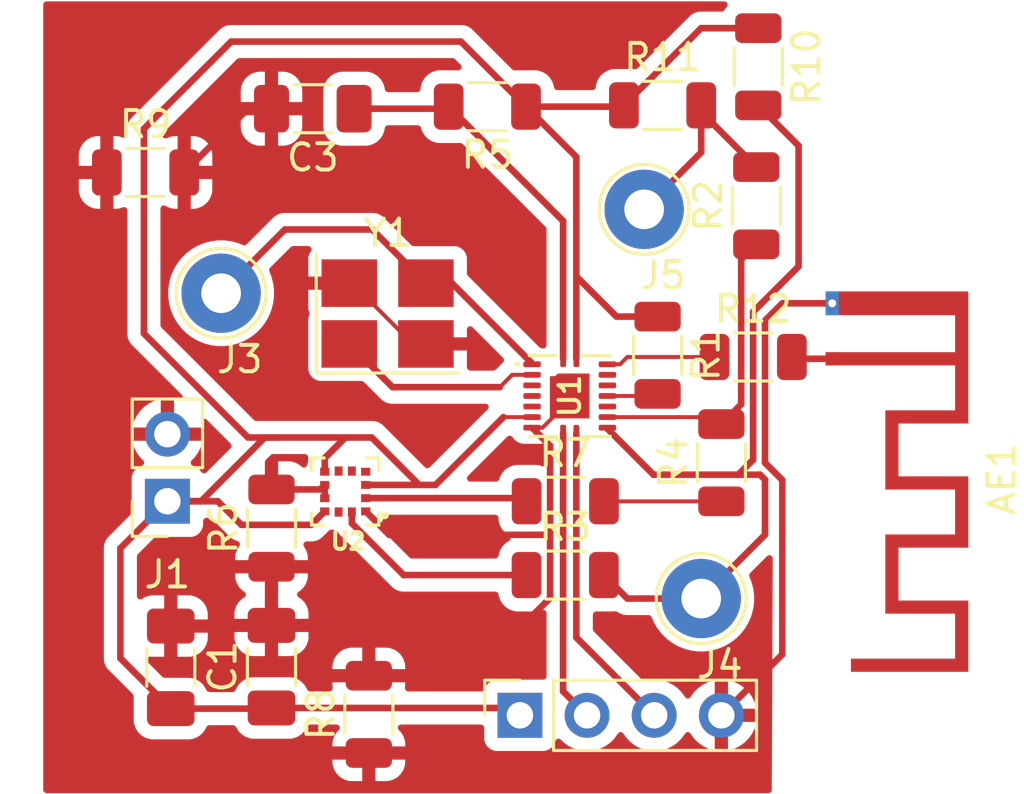
<source format=kicad_pcb>
(kicad_pcb (version 20241229) (generator "pcbnew") (generator_version "9.0")
  (layers (0 "F.Cu" signal) (2 "B.Cu" signal) (13 "F.Paste" user) (15 "B.Paste" user) (5 "F.SilkS" user "F.Silkscreen") (7 "B.SilkS" user "B.Silkscreen") (1 "F.Mask" user) (3 "B.Mask" user) (25 "Edge.Cuts" user))
  (net 0 "")
  (net 1 "RF_TX")
  (net 2 "GND")
  (net 3 "VCC")
  (net 4 "Net-(U1-EN)")
  (net 5 "UART_TX")
  (net 6 "UART_RX")
  (net 7 "I2C_SCL")
  (net 8 "I2C_SDA")
  (net 9 "XO_N")
  (net 10 "XO_P")
  (footprint "Resistor_SMD:R_1206_3216Metric" (layer "F.Cu") (at 103.9368 32.1203 90)
    (property "Reference" "R2" (at 0 -1.82 90) (layer "F.SilkS"))
    (property "Value" "0")
    (fp_line (start -0.727064 -0.91) (end 0.727064 -0.91) (stroke (width 0.12)) (layer "F.SilkS"))
    (fp_line (start -0.727064 0.91) (end 0.727064 0.91) (stroke (width 0.12)) (layer "F.SilkS"))
    (pad "1" smd roundrect (at -1.4625 0 90) (size 1.125 1.75) (layers "F.Cu" "F.Mask" "F.Paste") (roundrect_rratio 0.222222) (net 8 "I2C_SDA"))
    (pad "2" smd roundrect (at 1.4625 0 90) (size 1.125 1.75) (layers "F.Cu" "F.Mask" "F.Paste") (roundrect_rratio 0.222222) (net 8 "I2C_SDA"))
  )
  (footprint "Resistor_SMD:R_1206_3216Metric" (layer "F.Cu") (at 93.7645 28.3718 180)
    (property "Reference" "R5" (at 0 -1.82 0) (layer "F.SilkS"))
    (property "Value" "10k")
    (fp_line (start -0.727064 0.91) (end 0.727064 0.91) (stroke (width 0.12)) (layer "F.SilkS"))
    (fp_line (start -0.727064 -0.91) (end 0.727064 -0.91) (stroke (width 0.12)) (layer "F.SilkS"))
    (pad "1" smd roundrect (at -1.4625 0 180) (size 1.125 1.75) (layers "F.Cu" "F.Mask" "F.Paste") (roundrect_rratio 0.222222) (net 3 "VCC"))
    (pad "2" smd roundrect (at 1.4625 0 180) (size 1.125 1.75) (layers "F.Cu" "F.Mask" "F.Paste") (roundrect_rratio 0.222222) (net 4 "Net-(U1-EN)"))
  )
  (footprint "Crystal:Crystal_SMD_3225-4Pin_3.2x2.5mm_HandSoldering" (layer "F.Cu") (at 89.99 36.202)
    (property "Reference" "Y1" (at 0 -3.05 0) (layer "F.SilkS"))
    (property "Value" "Crystal_GND24" (hide yes))
    (fp_line (start -2.7 -2.25) (end -2.7 2.25) (stroke (width 0.12)) (layer "F.SilkS"))
    (fp_line (start -2.7 2.25) (end 2.7 2.25) (stroke (width 0.12)) (layer "F.SilkS"))
    (pad "1" smd rect (at -1.45 1.15) (size 2.1 1.8) (layers "F.Cu" "F.Mask" "F.Paste") (net 10 "XO_P"))
    (pad "2" smd rect (at 1.45 1.15) (size 2.1 1.8) (layers "F.Cu" "F.Mask" "F.Paste") (net 2 "GND"))
    (pad "3" smd rect (at 1.45 -1.15) (size 2.1 1.8) (layers "F.Cu" "F.Mask" "F.Paste") (net 9 "XO_N"))
    (pad "4" smd rect (at -1.45 -1.15) (size 2.1 1.8) (layers "F.Cu" "F.Mask" "F.Paste") (net 2 "GND"))
  )
  (footprint "TestPoint:TestPoint_Loop_D2.54mm_Drill1.5mm_Beaded" (layer "F.Cu") (at 83.693 35.433)
    (property "Reference" "J3" (at 0.7 2.5 0) (layer "F.SilkS"))
    (property "Value" "Conn_01x01_Socket" (hide yes))
    (fp_circle (center 0 0) (end 1.7 0) (stroke (width 0.12)) (fill no) (layer "F.SilkS"))
    (pad "1" thru_hole circle (at 0 0) (size 3 3) (drill 1.5) (layers "*.Cu" "*.Mask") (net 9 "XO_N"))
  )
  (footprint "RF_Antenna:Texas_SWRA117D_2.4GHz_Right" (layer "F.Cu") (at 106.807 37.914 -90)
    (property "Reference" "AE1" (at 4.55 -6.41 270) (layer "F.SilkS"))
    (property "Value" "Antenna_Dipole")
    (fp_poly (pts (xy 2.45 -2.51) (xy 4.45 -2.51) (xy 4.45 -5.15) (xy 7.15 -5.15) (xy 7.15 -2.51) (xy 9.15 -2.51) (xy 9.15 -5.15) (xy 11.85 -5.15) (xy 11.85 -0.71) (xy 11.35 -0.71) (xy 11.35 -4.65) (xy 9.65 -4.65) (xy 9.65 -2.01) (xy 6.65 -2.01) (xy 6.65 -4.65) (xy 4.95 -4.65) (xy 4.95 -2.01) (xy 1.95 -2.01) (xy 1.95 -4.65) (xy 0.25 -4.65) (xy 0.25 0.25) (xy -0.25 0.25) (xy -0.25 -4.65) (xy -1.65 -4.65) (xy -1.65 0.25) (xy -2.55 0.25) (xy -2.55 0.006785) (xy -2.247583 0.006785) (xy -2.237742 0.054395) (xy -2.213674 0.096797) (xy -2.175731 0.129581) (xy -2.167819 0.133935) (xy -2.125156 0.146043) (xy -2.076637 0.1453) (xy -2.031122 0.1324) (xy -2.012511 0.121787) (xy -1.978868 0.086553) (xy -1.958309 0.041368) (xy -1.951778 -0.008158) (xy -1.960218 -0.056417) (xy -1.977112 -0.088643) (xy -2.012372 -0.121313) (xy -2.057682 -0.141408) (xy -2.107267 -0.147982) (xy -2.155353 -0.140092) (xy -2.188245 -0.123186) (xy -2.223185 -0.086416) (xy -2.242847 -0.041622) (xy -2.247583 0.006785) (xy -2.55 0.006785) (xy -2.55 -5.15) (xy 2.45 -5.15) (xy 2.45 -2.51)) (fill yes) (layer "F.Cu"))
    (pad "1" connect rect (at 0 0 270) (size 0.5 0.5) (layers "F.Cu") (net 1 "RF_TX"))
    (pad "2" thru_hole rect (at -2.1 0 270) (size 0.9 0.5) (drill 0.3) (layers "*.Cu") (net 2 "GND"))
  )
  (footprint "Connector_PinSocket_2.54mm:PinSocket_1x02_P2.54mm_Vertical" (layer "F.Cu") (at 81.661 43.307 180)
    (property "Reference" "J1" (at 0 -2.77 0) (layer "F.SilkS"))
    (property "Value" "Conn_01x02_Pin" (hide yes))
    (fp_line (start 1.33 1.27) (end 1.33 3.87) (stroke (width 0.12)) (layer "F.SilkS"))
    (fp_line (start 1.33 -1.33) (end 1.33 0) (stroke (width 0.12)) (layer "F.SilkS"))
    (fp_line (start 0 -1.33) (end 1.33 -1.33) (stroke (width 0.12)) (layer "F.SilkS"))
    (fp_line (start -1.33 3.87) (end 1.33 3.87) (stroke (width 0.12)) (layer "F.SilkS"))
    (fp_line (start -1.33 1.27) (end 1.33 1.27) (stroke (width 0.12)) (layer "F.SilkS"))
    (fp_line (start -1.33 1.27) (end -1.33 3.87) (stroke (width 0.12)) (layer "F.SilkS"))
    (pad "1" thru_hole rect (at 0 0 180) (size 1.7 1.7) (drill 1) (layers "*.Cu" "*.Mask") (net 3 "VCC"))
    (pad "2" thru_hole oval (at 0 2.54 180) (size 1.7 1.7) (drill 1) (layers "*.Cu" "*.Mask") (net 2 "GND"))
  )
  (footprint "Resistor_SMD:R_1206_3216Metric" (layer "F.Cu") (at 89.281 51.3735 90)
    (property "Reference" "R8" (at 0 -1.82 90) (layer "F.SilkS"))
    (property "Value" "0")
    (fp_line (start -0.727064 -0.91) (end 0.727064 -0.91) (stroke (width 0.12)) (layer "F.SilkS"))
    (fp_line (start -0.727064 0.91) (end 0.727064 0.91) (stroke (width 0.12)) (layer "F.SilkS"))
    (pad "1" smd roundrect (at -1.4625 0 90) (size 1.125 1.75) (layers "F.Cu" "F.Mask" "F.Paste") (roundrect_rratio 0.222222) (net 2 "GND"))
    (pad "2" smd roundrect (at 1.4625 0 90) (size 1.125 1.75) (layers "F.Cu" "F.Mask" "F.Paste") (roundrect_rratio 0.222222) (net 2 "GND"))
  )
  (footprint "BMA400:XDCR_BMA400" (layer "F.Cu") (at 88.388 42.939 180)
    (property "Reference" "U2" (at -0.108 -1.8844 0) (layer "F.SilkS") (effects (font (size 0.64 0.64))))
    (property "Value" "BMA400" (hide yes))
    (fp_line (start 1.27 1.27) (end 1.27 0.8) (stroke (width 0.127)) (layer "F.SilkS"))
    (fp_line (start 1.27 1.27) (end 0.8 1.27) (stroke (width 0.127)) (layer "F.SilkS"))
    (fp_line (start 1.27 -1.27) (end 1.27 -0.8) (stroke (width 0.127)) (layer "F.SilkS"))
    (fp_line (start 1.27 -1.27) (end 0.8 -1.27) (stroke (width 0.127)) (layer "F.SilkS"))
    (fp_line (start -1.27 1.27) (end -0.8 1.27) (stroke (width 0.127)) (layer "F.SilkS"))
    (fp_line (start -1.27 1.27) (end -1.27 0.8) (stroke (width 0.127)) (layer "F.SilkS"))
    (fp_line (start -1.27 -1.27) (end -0.8 -1.27) (stroke (width 0.127)) (layer "F.SilkS"))
    (fp_line (start -1.27 -1.27) (end -1.27 -0.8) (stroke (width 0.127)) (layer "F.SilkS"))
    (fp_circle (center -1.5 -0.9) (end -1.425 -0.9) (stroke (width 0.15)) (fill no) (layer "F.SilkS"))
    (pad "1" smd rect (at -0.775 -0.75 180) (size 0.35 0.3) (layers "F.Cu") (net 2 "GND"))
    (pad "2" smd rect (at -0.775 -0.25 180) (size 0.35 0.3) (layers "F.Cu") (net 8 "I2C_SDA"))
    (pad "3" smd rect (at -0.775 0.25 180) (size 0.35 0.3) (layers "F.Cu") (net 3 "VCC"))
    (pad "4" smd rect (at -0.775 0.75 180) (size 0.35 0.3) (layers "F.Cu"))
    (pad "5" smd rect (at -0.25 0.775 180) (size 0.3 0.35) (layers "F.Cu"))
    (pad "6" smd rect (at 0.25 0.775 180) (size 0.3 0.35) (layers "F.Cu"))
    (pad "7" smd rect (at 0.775 0.75 180) (size 0.35 0.3) (layers "F.Cu") (net 3 "VCC"))
    (pad "8" smd rect (at 0.775 0.25 180) (size 0.35 0.3) (layers "F.Cu") (net 2 "GND"))
    (pad "9" smd rect (at 0.775 -0.25 180) (size 0.35 0.3) (layers "F.Cu") (net 2 "GND"))
    (pad "10" smd rect (at 0.775 -0.75 180) (size 0.35 0.3) (layers "F.Cu") (net 3 "VCC"))
    (pad "11" smd rect (at 0.25 -0.775 180) (size 0.3 0.35) (layers "F.Cu"))
    (pad "12" smd rect (at -0.25 -0.775 180) (size 0.3 0.35) (layers "F.Cu") (net 7 "I2C_SCL"))
    (zone (net 0) (net_name "") (layer "F.Cu") (connect_pads (clearance 0)) (min_thickness 0.01)
      (keepout (tracks not_allowed) (vias not_allowed) (pads not_allowed) (copperpour not_allowed) (footprints allowed))
      (fill (thermal_gap 0.508) (thermal_bridge_width 0.508))
      (polygon (pts (xy 88.863 43.414) (xy 87.913 43.414) (xy 87.913 42.464) (xy 88.863 42.464)))
    )
  )
  (footprint "Resistor_SMD:R_1206_3216Metric" (layer "F.Cu") (at 102.616 41.8485 90)
    (property "Reference" "R4" (at 0 -1.82 90) (layer "F.SilkS"))
    (property "Value" "0")
    (fp_line (start -0.727064 -0.91) (end 0.727064 -0.91) (stroke (width 0.12)) (layer "F.SilkS"))
    (fp_line (start -0.727064 0.91) (end 0.727064 0.91) (stroke (width 0.12)) (layer "F.SilkS"))
    (pad "1" smd roundrect (at -1.4625 0 90) (size 1.125 1.75) (layers "F.Cu" "F.Mask" "F.Paste") (roundrect_rratio 0.222222) (net 8 "I2C_SDA"))
    (pad "2" smd roundrect (at 1.4625 0 90) (size 1.125 1.75) (layers "F.Cu" "F.Mask" "F.Paste") (roundrect_rratio 0.222222) (net 8 "I2C_SDA"))
  )
  (footprint "Capacitor_SMD:C_1206_3216Metric_Pad1.33x1.80mm_HandSolder" (layer "F.Cu") (at 81.788 49.5931 90)
    (property "Reference" "C2" (hide yes))
    (property "Value" "0.1uF")
    (fp_line (start -0.711252 -0.91) (end 0.711252 -0.91) (stroke (width 0.12)) (layer "F.SilkS"))
    (fp_line (start -0.711252 0.91) (end 0.711252 0.91) (stroke (width 0.12)) (layer "F.SilkS"))
    (pad "1" smd roundrect (at -1.5625 0 90) (size 1.325 1.8) (layers "F.Cu" "F.Mask" "F.Paste") (roundrect_rratio 0.188679) (net 3 "VCC"))
    (pad "2" smd roundrect (at 1.5625 0 90) (size 1.325 1.8) (layers "F.Cu" "F.Mask" "F.Paste") (roundrect_rratio 0.188679) (net 2 "GND"))
  )
  (footprint "TestPoint:TestPoint_Loop_D2.54mm_Drill1.5mm_Beaded" (layer "F.Cu") (at 99.695 32.258)
    (property "Reference" "J5" (at 0.7 2.5 0) (layer "F.SilkS"))
    (property "Value" "Conn_01x01_Socket" (hide yes))
    (fp_circle (center 0 0) (end 1.7 0) (stroke (width 0.12)) (fill no) (layer "F.SilkS"))
    (pad "1" thru_hole circle (at 0 0) (size 3 3) (drill 1.5) (layers "*.Cu" "*.Mask") (net 8 "I2C_SDA"))
  )
  (footprint "Resistor_SMD:R_1206_3216Metric" (layer "F.Cu") (at 96.7085 46.101)
    (property "Reference" "R3" (at 0 -1.82 0) (layer "F.SilkS"))
    (property "Value" "0")
    (fp_line (start -0.727064 -0.91) (end 0.727064 -0.91) (stroke (width 0.12)) (layer "F.SilkS"))
    (fp_line (start -0.727064 0.91) (end 0.727064 0.91) (stroke (width 0.12)) (layer "F.SilkS"))
    (pad "1" smd roundrect (at -1.4625 0) (size 1.125 1.75) (layers "F.Cu" "F.Mask" "F.Paste") (roundrect_rratio 0.222222) (net 7 "I2C_SCL"))
    (pad "2" smd roundrect (at 1.4625 0) (size 1.125 1.75) (layers "F.Cu" "F.Mask" "F.Paste") (roundrect_rratio 0.222222) (net 7 "I2C_SCL"))
  )
  (footprint "TestPoint:TestPoint_Loop_D2.54mm_Drill1.5mm_Beaded" (layer "F.Cu") (at 101.854 46.99)
    (property "Reference" "J4" (at 0.7 2.5 0) (layer "F.SilkS"))
    (property "Value" "Conn_01x01_Socket" (hide yes))
    (fp_circle (center 0 0) (end 1.7 0) (stroke (width 0.12)) (fill no) (layer "F.SilkS"))
    (pad "1" thru_hole circle (at 0 0) (size 3 3) (drill 1.5) (layers "*.Cu" "*.Mask") (net 7 "I2C_SCL"))
  )
  (footprint "IN100:QFN19P40_300X300X80L35X20T170X150N" (layer "F.Cu") (at 96.8796 39.3218 -90)
    (property "Reference" "U1" (at 0 0 90) (layer "F.SilkS") (effects (font (size 0.787402 0.787402))))
    (property "Value" "~")
    (fp_line (start -1.53 1.53) (end -1.53 1.53) (stroke (width 0.12)) (layer "F.SilkS"))
    (fp_line (start 1.53 1.53) (end 1.53 1.53) (stroke (width 0.12)) (layer "F.SilkS"))
    (fp_line (start 1.53 1.53) (end 1.53 0.49) (stroke (width 0.12)) (layer "F.SilkS"))
    (fp_line (start -1.53 0.49) (end -1.53 1.53) (stroke (width 0.12)) (layer "F.SilkS"))
    (fp_line (start 1.53 -0.49) (end 1.53 -1.53) (stroke (width 0.12)) (layer "F.SilkS"))
    (fp_line (start -1.53 -1.53) (end -1.53 -0.49) (stroke (width 0.12)) (layer "F.SilkS"))
    (fp_line (start -1.53 -1.53) (end -1.53 -1.53) (stroke (width 0.12)) (layer "F.SilkS"))
    (fp_line (start 1.53 -1.53) (end 1.53 -1.53) (stroke (width 0.12)) (layer "F.SilkS"))
    (fp_circle (center -1.2 1.98) (end -1.1 1.98) (fill yes) (layer "F.SilkS"))
    (pad "1" smd roundrect (at -1.2 1.425 270) (size 0.22 0.66) (layers "F.Cu" "F.Mask" "F.Paste") (roundrect_rratio 0.275) (net 9 "XO_N"))
    (pad "2" smd roundrect (at -0.8 1.425 270) (size 0.22 0.66) (layers "F.Cu" "F.Mask" "F.Paste") (roundrect_rratio 0.275) (net 10 "XO_P"))
    (pad "3" smd roundrect (at -0.4 1.425 270) (size 0.22 0.66) (layers "F.Cu" "F.Mask" "F.Paste") (roundrect_rratio 0.275))
    (pad "4" smd roundrect (at 0 1.425 270) (size 0.22 0.66) (layers "F.Cu" "F.Mask" "F.Paste") (roundrect_rratio 0.275))
    (pad "5" smd roundrect (at 0.4 1.425 270) (size 0.22 0.66) (layers "F.Cu" "F.Mask" "F.Paste") (roundrect_rratio 0.275))
    (pad "6" smd roundrect (at 0.8 1.425 270) (size 0.22 0.66) (layers "F.Cu" "F.Mask" "F.Paste") (roundrect_rratio 0.275) (net 3 "VCC"))
    (pad "7" smd roundrect (at 1.2 1.425 270) (size 0.22 0.66) (layers "F.Cu" "F.Mask" "F.Paste") (roundrect_rratio 0.275) (net 2 "GND"))
    (pad "8" smd roundrect (at 1.42 0.25 270) (size 0.66 0.22) (layers "F.Cu" "F.Mask" "F.Paste") (roundrect_rratio 0.275) (net 6 "UART_RX"))
    (pad "9" smd roundrect (at 1.425 -0.25 270) (size 0.66 0.22) (layers "F.Cu" "F.Mask" "F.Paste") (roundrect_rratio 0.275) (net 5 "UART_TX"))
    (pad "10" smd roundrect (at 1.2 -1.425 270) (size 0.22 0.66) (layers "F.Cu" "F.Mask" "F.Paste") (roundrect_rratio 0.275) (net 7 "I2C_SCL"))
    (pad "11" smd roundrect (at 0.8 -1.425 270) (size 0.22 0.66) (layers "F.Cu" "F.Mask" "F.Paste") (roundrect_rratio 0.275) (net 8 "I2C_SDA"))
    (pad "12" smd roundrect (at 0.4 -1.425 270) (size 0.22 0.66) (layers "F.Cu" "F.Mask" "F.Paste") (roundrect_rratio 0.275))
    (pad "13" smd roundrect (at 0 -1.425 270) (size 0.22 0.66) (layers "F.Cu" "F.Mask" "F.Paste") (roundrect_rratio 0.275) (net 3 "VCC"))
    (pad "14" smd roundrect (at -0.4 -1.425 270) (size 0.22 0.66) (layers "F.Cu" "F.Mask" "F.Paste") (roundrect_rratio 0.275))
    (pad "15" smd roundrect (at -0.8 -1.425 270) (size 0.22 0.66) (layers "F.Cu" "F.Mask" "F.Paste") (roundrect_rratio 0.275))
    (pad "16" smd roundrect (at -1.2 -1.425 270) (size 0.22 0.66) (layers "F.Cu" "F.Mask" "F.Paste") (roundrect_rratio 0.275) (net 1 "RF_TX"))
    (pad "17" smd roundrect (at -1.425 -0.25 270) (size 0.66 0.22) (layers "F.Cu" "F.Mask" "F.Paste") (roundrect_rratio 0.275) (net 3 "VCC"))
    (pad "18" smd roundrect (at -1.425 0.25 270) (size 0.66 0.22) (layers "F.Cu" "F.Mask" "F.Paste") (roundrect_rratio 0.275) (net 4 "Net-(U1-EN)"))
    (pad "19" smd custom (at 0 0 270) (size 1.5 1.5) (layers "F.Cu") (net 2 "GND") (options (clearance outline) (anchor rect)) (primitives (gr_poly (pts (xy -0.849 -0.749) (xy 0.849 -0.749) (xy 0.849 0.749) (xy -0.55 0.749) (xy -0.849 0.45)) (width 0.002) (fill yes))))
  )
  (footprint "Capacitor_SMD:C_1206_3216Metric_Pad1.33x1.80mm_HandSolder" (layer "F.Cu") (at 85.598 49.5685 90)
    (property "Reference" "C1" (at 0 -1.85 90) (layer "F.SilkS"))
    (property "Value" "10uF")
    (fp_line (start -0.711252 -0.91) (end 0.711252 -0.91) (stroke (width 0.12)) (layer "F.SilkS"))
    (fp_line (start -0.711252 0.91) (end 0.711252 0.91) (stroke (width 0.12)) (layer "F.SilkS"))
    (pad "1" smd roundrect (at -1.5625 0 90) (size 1.325 1.8) (layers "F.Cu" "F.Mask" "F.Paste") (roundrect_rratio 0.188679) (net 3 "VCC"))
    (pad "2" smd roundrect (at 1.5625 0 90) (size 1.325 1.8) (layers "F.Cu" "F.Mask" "F.Paste") (roundrect_rratio 0.188679) (net 2 "GND"))
  )
  (footprint "Resistor_SMD:R_1206_3216Metric" (layer "F.Cu") (at 100.203 37.7805 -90)
    (property "Reference" "R1" (at 0 -1.82 90) (layer "F.SilkS"))
    (property "Value" "0")
    (fp_line (start -0.727064 0.91) (end 0.727064 0.91) (stroke (width 0.12)) (layer "F.SilkS"))
    (fp_line (start -0.727064 -0.91) (end 0.727064 -0.91) (stroke (width 0.12)) (layer "F.SilkS"))
    (pad "1" smd roundrect (at -1.4625 0 270) (size 1.125 1.75) (layers "F.Cu" "F.Mask" "F.Paste") (roundrect_rratio 0.222222) (net 3 "VCC"))
    (pad "2" smd roundrect (at 1.4625 0 270) (size 1.125 1.75) (layers "F.Cu" "F.Mask" "F.Paste") (roundrect_rratio 0.222222) (net 3 "VCC"))
  )
  (footprint "Resistor_SMD:R_1206_3216Metric" (layer "F.Cu") (at 103.8205 37.846)
    (property "Reference" "R12" (at 0 -1.82 0) (layer "F.SilkS"))
    (property "Value" "0")
    (fp_line (start -0.727064 -0.91) (end 0.727064 -0.91) (stroke (width 0.12)) (layer "F.SilkS"))
    (fp_line (start -0.727064 0.91) (end 0.727064 0.91) (stroke (width 0.12)) (layer "F.SilkS"))
    (pad "1" smd roundrect (at -1.4625 0) (size 1.125 1.75) (layers "F.Cu" "F.Mask" "F.Paste") (roundrect_rratio 0.222222) (net 1 "RF_TX"))
    (pad "2" smd roundrect (at 1.4625 0) (size 1.125 1.75) (layers "F.Cu" "F.Mask" "F.Paste") (roundrect_rratio 0.222222) (net 1 "RF_TX"))
  )
  (footprint "Resistor_SMD:R_1206_3216Metric" (layer "F.Cu") (at 80.8335 30.861)
    (property "Reference" "R9" (at 0 -1.82 0) (layer "F.SilkS"))
    (property "Value" "0")
    (fp_line (start -0.727064 -0.91) (end 0.727064 -0.91) (stroke (width 0.12)) (layer "F.SilkS"))
    (fp_line (start -0.727064 0.91) (end 0.727064 0.91) (stroke (width 0.12)) (layer "F.SilkS"))
    (pad "1" smd roundrect (at -1.4625 0) (size 1.125 1.75) (layers "F.Cu" "F.Mask" "F.Paste") (roundrect_rratio 0.222222) (net 2 "GND"))
    (pad "2" smd roundrect (at 1.4625 0) (size 1.125 1.75) (layers "F.Cu" "F.Mask" "F.Paste") (roundrect_rratio 0.222222) (net 2 "GND"))
  )
  (footprint "Resistor_SMD:R_1206_3216Metric" (layer "F.Cu") (at 85.598 44.323 90)
    (property "Reference" "R6" (at 0 -1.82 90) (layer "F.SilkS"))
    (property "Value" "0")
    (fp_line (start -0.727064 -0.91) (end 0.727064 -0.91) (stroke (width 0.12)) (layer "F.SilkS"))
    (fp_line (start -0.727064 0.91) (end 0.727064 0.91) (stroke (width 0.12)) (layer "F.SilkS"))
    (pad "1" smd roundrect (at -1.4625 0 90) (size 1.125 1.75) (layers "F.Cu" "F.Mask" "F.Paste") (roundrect_rratio 0.222222) (net 2 "GND"))
    (pad "2" smd roundrect (at 1.4625 0 90) (size 1.125 1.75) (layers "F.Cu" "F.Mask" "F.Paste") (roundrect_rratio 0.222222) (net 2 "GND"))
  )
  (footprint "Resistor_SMD:R_1206_3216Metric" (layer "F.Cu") (at 96.7125 43.307)
    (property "Reference" "R7" (at 0 -1.82 0) (layer "F.SilkS"))
    (property "Value" "0")
    (fp_line (start -0.727064 -0.91) (end 0.727064 -0.91) (stroke (width 0.12)) (layer "F.SilkS"))
    (fp_line (start -0.727064 0.91) (end 0.727064 0.91) (stroke (width 0.12)) (layer "F.SilkS"))
    (pad "1" smd roundrect (at -1.4625 0) (size 1.125 1.75) (layers "F.Cu" "F.Mask" "F.Paste") (roundrect_rratio 0.222222) (net 8 "I2C_SDA"))
    (pad "2" smd roundrect (at 1.4625 0) (size 1.125 1.75) (layers "F.Cu" "F.Mask" "F.Paste") (roundrect_rratio 0.222222) (net 8 "I2C_SDA"))
  )
  (footprint "Capacitor_SMD:C_1206_3216Metric_Pad1.33x1.80mm_HandSolder" (layer "F.Cu") (at 87.1605 28.448 180)
    (property "Reference" "C3" (at 0 -1.85 0) (layer "F.SilkS"))
    (property "Value" "0.1uF")
    (fp_line (start -0.711252 0.91) (end 0.711252 0.91) (stroke (width 0.12)) (layer "F.SilkS"))
    (fp_line (start -0.711252 -0.91) (end 0.711252 -0.91) (stroke (width 0.12)) (layer "F.SilkS"))
    (pad "1" smd roundrect (at -1.5625 0 180) (size 1.325 1.8) (layers "F.Cu" "F.Mask" "F.Paste") (roundrect_rratio 0.188679) (net 4 "Net-(U1-EN)"))
    (pad "2" smd roundrect (at 1.5625 0 180) (size 1.325 1.8) (layers "F.Cu" "F.Mask" "F.Paste") (roundrect_rratio 0.188679) (net 2 "GND"))
  )
  (footprint "Resistor_SMD:R_1206_3216Metric" (layer "F.Cu") (at 104.013 26.8625 -90)
    (property "Reference" "R10" (at 0 -1.82 90) (layer "F.SilkS"))
    (property "Value" "2k2")
    (fp_line (start -0.727064 0.91) (end 0.727064 0.91) (stroke (width 0.12)) (layer "F.SilkS"))
    (fp_line (start -0.727064 -0.91) (end 0.727064 -0.91) (stroke (width 0.12)) (layer "F.SilkS"))
    (pad "1" smd roundrect (at -1.4625 0 270) (size 1.125 1.75) (layers "F.Cu" "F.Mask" "F.Paste") (roundrect_rratio 0.222222) (net 3 "VCC"))
    (pad "2" smd roundrect (at 1.4625 0 270) (size 1.125 1.75) (layers "F.Cu" "F.Mask" "F.Paste") (roundrect_rratio 0.222222) (net 7 "I2C_SCL"))
  )
  (footprint "Resistor_SMD:R_1206_3216Metric" (layer "F.Cu") (at 100.3915 28.321)
    (property "Reference" "R11" (at 0 -1.82 0) (layer "F.SilkS"))
    (property "Value" "2k2")
    (fp_line (start -0.727064 -0.91) (end 0.727064 -0.91) (stroke (width 0.12)) (layer "F.SilkS"))
    (fp_line (start -0.727064 0.91) (end 0.727064 0.91) (stroke (width 0.12)) (layer "F.SilkS"))
    (pad "1" smd roundrect (at -1.4625 0) (size 1.125 1.75) (layers "F.Cu" "F.Mask" "F.Paste") (roundrect_rratio 0.222222) (net 3 "VCC"))
    (pad "2" smd roundrect (at 1.4625 0) (size 1.125 1.75) (layers "F.Cu" "F.Mask" "F.Paste") (roundrect_rratio 0.222222) (net 8 "I2C_SDA"))
  )
  (footprint "Connector_PinSocket_2.54mm:PinSocket_1x04_P2.54mm_Vertical" (layer "F.Cu") (at 94.996 51.4096 90)
    (property "Reference" "J2" (hide yes))
    (property "Value" "Conn_01x04_Socket" (hide yes))
    (fp_line (start 1.33 -1.33) (end 1.33 0) (stroke (width 0.12)) (layer "F.SilkS"))
    (fp_line (start 0 -1.33) (end 1.33 -1.33) (stroke (width 0.12)) (layer "F.SilkS"))
    (fp_line (start 1.33 1.27) (end 1.33 8.95) (stroke (width 0.12)) (layer "F.SilkS"))
    (fp_line (start -1.33 1.27) (end 1.33 1.27) (stroke (width 0.12)) (layer "F.SilkS"))
    (fp_line (start -1.33 1.27) (end -1.33 8.95) (stroke (width 0.12)) (layer "F.SilkS"))
    (fp_line (start -1.33 8.95) (end 1.33 8.95) (stroke (width 0.12)) (layer "F.SilkS"))
    (pad "1" thru_hole rect (at 0 0 90) (size 1.7 1.7) (drill 1) (layers "*.Cu" "*.Mask") (net 3 "VCC"))
    (pad "2" thru_hole oval (at 0 2.54 90) (size 1.7 1.7) (drill 1) (layers "*.Cu" "*.Mask") (net 6 "UART_RX"))
    (pad "3" thru_hole oval (at 0 5.08 90) (size 1.7 1.7) (drill 1) (layers "*.Cu" "*.Mask") (net 5 "UART_TX"))
    (pad "4" thru_hole oval (at 0 7.62 90) (size 1.7 1.7) (drill 1) (layers "*.Cu" "*.Mask") (net 2 "GND"))
  )
  (segment (start 102.358 37.846) (end 99.06 37.846) (width 0.15) (layer "F.Cu") (net 1))
  (segment (start 99.06 37.846) (end 98.7842 38.1218) (width 0.15) (layer "F.Cu") (net 1))
  (segment (start 105.351 37.914) (end 105.283 37.846) (width 0.25) (layer "F.Cu") (net 1))
  (segment (start 102.0822 38.1218) (end 102.358 37.846) (width 0.15) (layer "F.Cu") (net 1))
  (segment (start 106.807 37.914) (end 105.351 37.914) (width 0.25) (layer "F.Cu") (net 1))
  (segment (start 98.7842 38.1218) (end 98.3046 38.1218) (width 0.15) (layer "F.Cu") (net 1))
  (segment (start 88.54 35.052) (end 88.646 35.052) (width 0.15) (layer "F.Cu") (net 2))
  (segment (start 89.163 43.689) (end 90.051 44.577) (width 0.25) (layer "F.Cu") (net 2))
  (segment (start 95.85116 40.5218) (end 96.8796 39.49336) (width 0.15) (layer "F.Cu") (net 2))
  (segment (start 85.598 42.8605) (end 87.4415 42.8605) (width 0.25) (layer "F.Cu") (net 2))
  (segment (start 104.920986 35.814) (end 104.267 36.467986) (width 0.25) (layer "F.Cu") (net 2))
  (segment (start 106.807 35.814) (end 104.920986 35.814) (width 0.25) (layer "F.Cu") (net 2))
  (segment (start 82.296 30.861) (end 84.709 28.448) (width 0.25) (layer "F.Cu") (net 2))
  (segment (start 90.051 44.577) (end 96.1385 44.577) (width 0.25) (layer "F.Cu") (net 2))
  (segment (start 95.100014 48.006) (end 96.1385 46.967514) (width 0.25) (layer "F.Cu") (net 2))
  (segment (start 95.4546 40.5218) (end 95.85116 40.5218) (width 0.15) (layer "F.Cu") (net 2))
  (segment (start 96.1385 41.2057) (end 95.4906 40.5578) (width 0.25) (layer "F.Cu") (net 2))
  (segment (start 85.5734 48.0306) (end 85.598 48.006) (width 0.25) (layer "F.Cu") (net 2))
  (segment (start 88.99 35.052) (end 88.54 35.052) (width 0.15) (layer "F.Cu") (net 2))
  (segment (start 87.4415 42.8605) (end 87.613 42.689) (width 0.25) (layer "F.Cu") (net 2))
  (segment (start 104.922 42.5059) (end 104.922 49.1036) (width 0.25) (layer "F.Cu") (net 2))
  (segment (start 96.8796 39.49336) (end 96.8796 39.3218) (width 0.15) (layer "F.Cu") (net 2))
  (segment (start 88.54 35.052) (end 88.69 35.052) (width 0.15) (layer "F.Cu") (net 2))
  (segment (start 87.613 42.689) (end 87.613 43.189) (width 0.25) (layer "F.Cu") (net 2))
  (segment (start 104.267 36.467986) (end 104.267 41.8509) (width 0.25) (layer "F.Cu") (net 2))
  (segment (start 104.267 41.8509) (end 104.922 42.5059) (width 0.25) (layer "F.Cu") (net 2))
  (segment (start 85.598 48.006) (end 95.100014 48.006) (width 0.25) (layer "F.Cu") (net 2))
  (segment (start 90.946 37.352) (end 91.44 37.352) (width 0.15) (layer "F.Cu") (net 2))
  (segment (start 81.6548 48.1638) (end 81.788 48.0306) (width 0.25) (layer "F.Cu") (net 2))
  (segment (start 96.1385 46.967514) (end 96.1385 44.577) (width 0.25) (layer "F.Cu") (net 2))
  (segment (start 96.1385 44.577) (end 96.1385 41.2057) (width 0.25) (layer "F.Cu") (net 2))
  (segment (start 88.54 35.052) (end 87.63 35.052) (width 0.25) (layer "F.Cu") (net 2))
  (segment (start 104.922 49.1036) (end 102.616 51.4096) (width 0.25) (layer "F.Cu") (net 2))
  (segment (start 88.646 35.052) (end 90.946 37.352) (width 0.15) (layer "F.Cu") (net 2))
  (segment (start 84.709 28.448) (end 85.598 28.448) (width 0.25) (layer "F.Cu") (net 2))
  (segment (start 98.3046 39.3218) (end 99.7432 39.3218) (width 0.15) (layer "F.Cu") (net 3))
  (segment (start 84.074 25.908) (end 92.7632 25.908) (width 0.25) (layer "F.Cu") (net 3))
  (segment (start 97.1296 34.798) (end 97.1296 30.2744) (width 0.25) (layer "F.Cu") (net 3))
  (segment (start 80.772 29.21) (end 84.074 25.908) (width 0.25) (layer "F.Cu") (net 3))
  (segment (start 84.459 44.2) (end 83.566 43.307) (width 0.25) (layer "F.Cu") (net 3))
  (segment (start 88.392 40.894) (end 89.391 40.894) (width 0.25) (layer "F.Cu") (net 3))
  (segment (start 88.0745 41.2115) (end 88.392 40.894) (width 0.25) (layer "F.Cu") (net 3))
  (segment (start 87.102 44.2) (end 87.613 43.689) (width 0.25) (layer "F.Cu") (net 3))
  (segment (start 89.163 42.689) (end 91.186 42.689) (width 0.25) (layer "F.Cu") (net 3))
  (segment (start 98.8782 28.3718) (end 98.929 28.321) (width 0.25) (layer "F.Cu") (net 3))
  (segment (start 97.1296 30.2744) (end 95.227 28.3718) (width 0.25) (layer "F.Cu") (net 3))
  (segment (start 87.613 42.189) (end 87.613 41.673) (width 0.25) (layer "F.Cu") (net 3))
  (segment (start 85.852 40.894) (end 88.392 40.894) (width 0.25) (layer "F.Cu") (net 3))
  (segment (start 80.772 36.957) (end 80.772 29.21) (width 0.25) (layer "F.Cu") (net 3))
  (segment (start 79.883 45.085) (end 79.883 49.2506) (width 0.25) (layer "F.Cu") (net 3))
  (segment (start 101.85 25.4) (end 104.013 25.4) (width 0.25) (layer "F.Cu") (net 3))
  (segment (start 87.102 44.2) (end 84.459 44.2) (width 0.25) (layer "F.Cu") (net 3))
  (segment (start 81.661 43.307) (end 79.883 45.085) (width 0.25) (layer "F.Cu") (net 3))
  (segment (start 85.598 51.131) (end 94.7174 51.131) (width 0.25) (layer "F.Cu") (net 3))
  (segment (start 95.227 28.3718) (end 98.8782 28.3718) (width 0.25) (layer "F.Cu") (net 3))
  (segment (start 85.344 40.894) (end 82.931 43.307) (width 0.25) (layer "F.Cu") (net 3))
  (segment (start 83.566 43.307) (end 81.661 43.307) (width 0.25) (layer "F.Cu") (net 3))
  (segment (start 85.5734 51.1556) (end 85.598 51.131) (width 0.25) (layer "F.Cu") (net 3))
  (segment (start 99.7432 39.3218) (end 100.203 38.862) (width 0.15) (layer "F.Cu") (net 3))
  (segment (start 82.931 43.307) (end 81.661 43.307) (width 0.25) (layer "F.Cu") (net 3))
  (segment (start 84.709 40.894) (end 80.772 36.957) (width 0.25) (layer "F.Cu") (net 3))
  (segment (start 94.7174 51.131) (end 94.996 51.4096) (width 0.25) (layer "F.Cu") (net 3))
  (segment (start 97.1296 37.8968) (end 97.1296 34.798) (width 0.25) (layer "F.Cu") (net 3))
  (segment (start 87.613 41.673) (end 88.0745 41.2115) (width 0.25) (layer "F.Cu") (net 3))
  (segment (start 85.852 40.894) (end 85.344 40.894) (width 0.25) (layer "F.Cu") (net 3))
  (segment (start 91.804 42.689) (end 94.3712 40.1218) (width 0.25) (layer "F.Cu") (net 3))
  (segment (start 92.7632 25.908) (end 95.227 28.3718) (width 0.25) (layer "F.Cu") (net 3))
  (segment (start 98.929 28.321) (end 101.85 25.4) (width 0.25) (layer "F.Cu") (net 3))
  (segment (start 98.6496 36.318) (end 97.1296 34.798) (width 0.25) (layer "F.Cu") (net 3))
  (segment (start 100.203 36.318) (end 98.6496 36.318) (width 0.25) (layer "F.Cu") (net 3))
  (segment (start 89.391 40.894) (end 91.186 42.689) (width 0.25) (layer "F.Cu") (net 3))
  (segment (start 81.788 51.1556) (end 85.5734 51.1556) (width 0.25) (layer "F.Cu") (net 3))
  (segment (start 91.186 42.689) (end 91.804 42.689) (width 0.25) (layer "F.Cu") (net 3))
  (segment (start 79.883 49.2506) (end 81.788 51.1556) (width 0.25) (layer "F.Cu") (net 3))
  (segment (start 85.852 40.894) (end 84.709 40.894) (width 0.25) (layer "F.Cu") (net 3))
  (segment (start 95.4546 40.1218) (end 94.3712 40.1218) (width 0.15) (layer "F.Cu") (net 3))
  (segment (start 92.1512 28.3718) (end 92.075 28.448) (width 0.25) (layer "F.Cu") (net 4))
  (segment (start 92.302 28.3718) (end 92.1512 28.3718) (width 0.25) (layer "F.Cu") (net 4))
  (segment (start 92.075 28.448) (end 88.723 28.448) (width 0.25) (layer "F.Cu") (net 4))
  (segment (start 96.6296 37.8968) (end 96.6296 32.6994) (width 0.25) (layer "F.Cu") (net 4))
  (segment (start 96.6296 32.6994) (end 92.302 28.3718) (width 0.25) (layer "F.Cu") (net 4))
  (segment (start 97.1296 48.4632) (end 100.076 51.4096) (width 0.25) (layer "F.Cu") (net 5))
  (segment (start 97.1296 40.7468) (end 97.1296 48.4632) (width 0.25) (layer "F.Cu") (net 5))
  (segment (start 96.6296 40.7418) (end 96.6296 50.5032) (width 0.25) (layer "F.Cu") (net 6))
  (segment (start 96.6296 50.5032) (end 97.536 51.4096) (width 0.25) (layer "F.Cu") (net 6))
  (segment (start 98.171 46.101) (end 99.06 46.99) (width 0.25) (layer "F.Cu") (net 7))
  (segment (start 103.251 42.3019) (end 103.817 41.7359) (width 0.25) (layer "F.Cu") (net 7))
  (segment (start 105.537 34.417) (end 105.537 29.849) (width 0.25) (layer "F.Cu") (net 7))
  (segment (start 88.638 43.714) (end 88.638 44.141) (width 0.25) (layer "F.Cu") (net 7))
  (segment (start 103.817 41.7359) (end 103.817 36.137) (width 0.25) (layer "F.Cu") (net 7))
  (segment (start 88.638 44.141) (end 90.598 46.101) (width 0.25) (layer "F.Cu") (net 7))
  (segment (start 104.267 42.48871) (end 104.08019 42.3019) (width 0.25) (layer "F.Cu") (net 7))
  (segment (start 104.267 44.577) (end 104.267 42.48871) (width 0.25) (layer "F.Cu") (net 7))
  (segment (start 90.598 46.101) (end 95.246 46.101) (width 0.25) (layer "F.Cu") (net 7))
  (segment (start 99.06 46.99) (end 101.854 46.99) (width 0.25) (layer "F.Cu") (net 7))
  (segment (start 101.854 46.99) (end 104.267 44.577) (width 0.25) (layer "F.Cu") (net 7))
  (segment (start 103.817 36.137) (end 105.537 34.417) (width 0.25) (layer "F.Cu") (net 7))
  (segment (start 105.537 29.849) (end 104.013 28.325) (width 0.25) (layer "F.Cu") (net 7))
  (segment (start 103.251 42.3019) (end 100.0487 42.3019) (width 0.25) (layer "F.Cu") (net 7))
  (segment (start 104.08019 42.3019) (end 103.251 42.3019) (width 0.25) (layer "F.Cu") (net 7))
  (segment (start 100.0487 42.3019) (end 98.3046 40.5578) (width 0.25) (layer "F.Cu") (net 7))
  (segment (start 101.854 30.099) (end 99.695 32.258) (width 0.25) (layer "F.Cu") (net 8))
  (segment (start 103.9368 33.5828) (end 103.366 34.1536) (width 0.25) (layer "F.Cu") (net 8))
  (segment (start 103.366 39.636) (end 102.616 40.386) (width 0.25) (layer "F.Cu") (net 8))
  (segment (start 103.9368 30.6578) (end 101.854 28.575) (width 0.25) (layer "F.Cu") (net 8))
  (segment (start 98.3046 40.1218) (end 102.3518 40.1218) (width 0.15) (layer "F.Cu") (net 8))
  (segment (start 103.366 34.1536) (end 103.366 39.636) (width 0.25) (layer "F.Cu") (net 8))
  (segment (start 98.179 43.311) (end 98.175 43.307) (width 0.15) (layer "F.Cu") (net 8))
  (segment (start 95.132 43.189) (end 89.163 43.189) (width 0.25) (layer "F.Cu") (net 8))
  (segment (start 101.854 28.575) (end 101.854 28.321) (width 0.25) (layer "F.Cu") (net 8))
  (segment (start 101.854 28.321) (end 101.854 30.099) (width 0.25) (layer "F.Cu") (net 8))
  (segment (start 102.616 43.311) (end 98.179 43.311) (width 0.15) (layer "F.Cu") (net 8))
  (segment (start 95.25 43.307) (end 95.132 43.189) (width 0.25) (layer "F.Cu") (net 8))
  (segment (start 102.3518 40.1218) (end 102.616 40.386) (width 0.15) (layer "F.Cu") (net 8))
  (segment (start 86.106 33.02) (end 89.408 33.02) (width 0.25) (layer "F.Cu") (net 9))
  (segment (start 89.408 33.02) (end 91.44 35.052) (width 0.25) (layer "F.Cu") (net 9))
  (segment (start 83.693 35.433) (end 86.106 33.02) (width 0.25) (layer "F.Cu") (net 9))
  (segment (start 91.44 35.052) (end 92.4208 35.052) (width 0.25) (layer "F.Cu") (net 9))
  (segment (start 92.4208 35.052) (end 95.4546 38.0858) (width 0.25) (layer "F.Cu") (net 9))
  (segment (start 95.4546 38.5218) (end 94.7012 38.5218) (width 0.15) (layer "F.Cu") (net 10))
  (segment (start 95.4546 38.5218) (end 95.4484 38.528) (width 0.15) (layer "F.Cu") (net 10))
  (segment (start 90.177 38.989) (end 94.234 38.989) (width 0.25) (layer "F.Cu") (net 10))
  (segment (start 94.7012 38.5218) (end 94.234 38.989) (width 0.15) (layer "F.Cu") (net 10))
  (segment (start 88.54 37.352) (end 90.177 38.989) (width 0.25) (layer "F.Cu") (net 10))
  (zone (net 2) (net_name "GND") (layer "F.Cu") (connect_pads (clearance 0.5)) (min_thickness 0.25) (fill yes (thermal_gap 0.5) (thermal_bridge_width 0.5))
    (polygon (pts (xy 104.522594 54.356) (xy 104.648 24.384) (xy 76.962 24.384) (xy 76.962 54.356)))
  )
)
</source>
